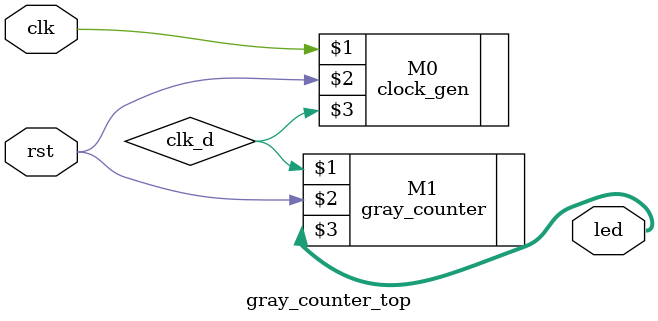
<source format=v>
`timescale 1ns / 1ps


module gray_counter_top(input clk, input rst, output [2:0] led);
    wire clk_d;
    
    clock_gen M0(clk, rst, clk_d);
    gray_counter M1(clk_d, rst, led);

endmodule

</source>
